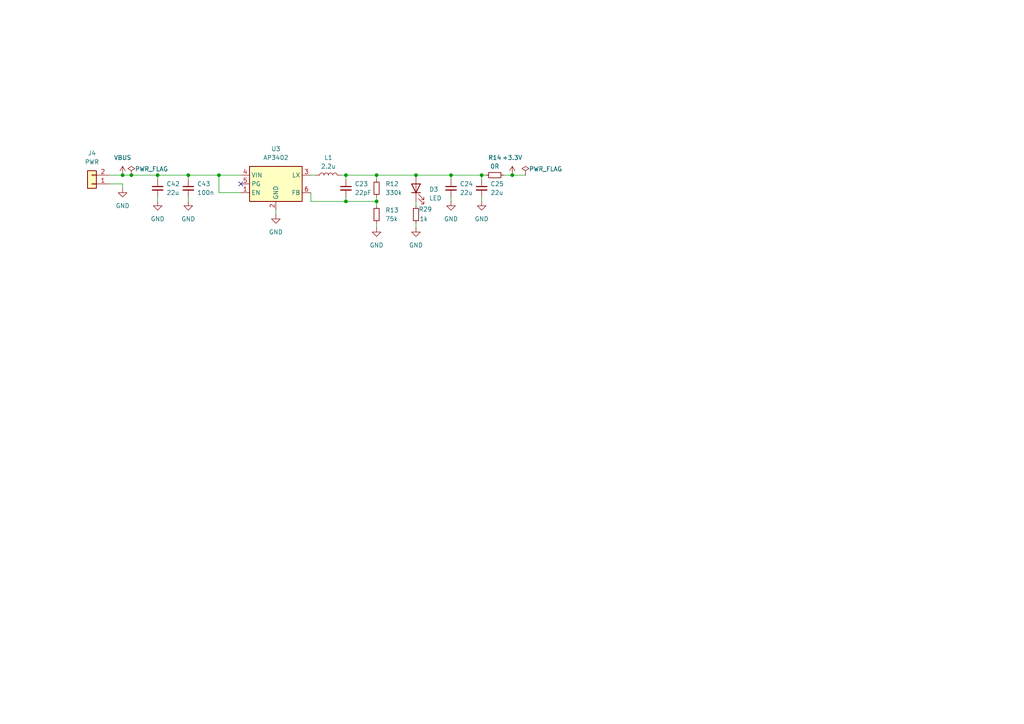
<source format=kicad_sch>
(kicad_sch (version 20231120) (generator "eeschema") (generator_version "8.0")
  (paper "A4")
  (lib_symbols
    (symbol "Connector_Generic:Conn_01x02" (pin_names (offset 1.016) hide)
      (property "Reference" "J" (at 0 2.54 0))
      (property "Value" "Conn_01x02" (at 0 -5.08 0))
      (symbol "Conn_01x02_1_1"
        (rectangle (start -1.27 -2.413) (end 0 -2.667) (stroke (width 0.1524)))
        (rectangle (start -1.27 0.127) (end 0 -0.127) (stroke (width 0.1524)))
        (rectangle (start -1.27 1.27) (end 1.27 -3.81) (stroke (width 0.254)) (fill (type background)))
        (pin passive line (at -5.08 0 0) (length 3.81) (name "Pin_1") (number "1"))
        (pin passive line (at -5.08 -2.54 0) (length 3.81) (name "Pin_2") (number "2"))
      )
    )
    (symbol "Device:C_Small" (pin_numbers hide) (pin_names (offset 0.254) hide)
      (property "Reference" "C" (at 0.254 1.778 0))
      (property "Value" "C_Small" (at 0.254 -2.032 0))
      (symbol "C_Small_0_1"
        (polyline (pts (xy -1.524 -0.508) (xy 1.524 -0.508)) (stroke (width 0.3302)))
        (polyline (pts (xy -1.524 0.508) (xy 1.524 0.508)) (stroke (width 0.3048)))
      )
      (symbol "C_Small_1_1"
        (pin passive line (at 0 2.54 270) (length 2.032) (name "~") (number "1"))
        (pin passive line (at 0 -2.54 90) (length 2.032) (name "~") (number "2"))
      )
    )
    (symbol "Device:L" (pin_numbers hide) (pin_names (offset 1.016) hide)
      (property "Reference" "L" (at -1.27 0 90))
      (property "Value" "L" (at 1.905 0 90))
      (symbol "L_0_1"
        (arc (start 0 -2.54) (mid 0.6323 -1.905) (end 0 -1.27))
        (arc (start 0 -1.27) (mid 0.6323 -0.635) (end 0 0))
        (arc (start 0 0) (mid 0.6323 0.635) (end 0 1.27))
        (arc (start 0 1.27) (mid 0.6323 1.905) (end 0 2.54))
      )
      (symbol "L_1_1"
        (pin passive line (at 0 3.81 270) (length 1.27) (name "1") (number "1"))
        (pin passive line (at 0 -3.81 90) (length 1.27) (name "2") (number "2"))
      )
    )
    (symbol "Device:LED" (pin_numbers hide) (pin_names (offset 1.016) hide)
      (property "Reference" "D" (at 0 2.54 0))
      (property "Value" "LED" (at 0 -2.54 0))
      (symbol "LED_0_1"
        (polyline (pts (xy -1.27 -1.27) (xy -1.27 1.27)) (stroke (width 0.254)))
        (polyline (pts (xy -1.27 0) (xy 1.27 0)))
        (polyline (pts (xy 1.27 -1.27) (xy 1.27 1.27) (xy -1.27 0) (xy 1.27 -1.27)) (stroke (width 0.254)))
        (polyline (pts (xy -3.048 -0.762) (xy -4.572 -2.286) (xy -3.81 -2.286) (xy -4.572 -2.286) (xy -4.572 -1.524)))
        (polyline (pts (xy -1.778 -0.762) (xy -3.302 -2.286) (xy -2.54 -2.286) (xy -3.302 -2.286) (xy -3.302 -1.524)))
      )
      (symbol "LED_1_1"
        (pin passive line (at -3.81 0 0) (length 2.54) (name "K") (number "1"))
        (pin passive line (at 3.81 0 180) (length 2.54) (name "A") (number "2"))
      )
    )
    (symbol "Device:R_Small" (pin_numbers hide) (pin_names (offset 0.254) hide)
      (property "Reference" "R" (at 0.762 0.508 0))
      (property "Value" "R_Small" (at 0.762 -1.016 0))
      (symbol "R_Small_0_1"
        (rectangle (start -0.762 1.778) (end 0.762 -1.778) (stroke (width 0.2032)))
      )
      (symbol "R_Small_1_1"
        (pin passive line (at 0 2.54 270) (length 0.762) (name "~") (number "1"))
        (pin passive line (at 0 -2.54 90) (length 0.762) (name "~") (number "2"))
      )
    )
    (symbol "Regulator_Switching:AP3402"
      (property "Reference" "U" (at -7.62 6.35 0))
      (property "Value" "AP3402" (at 5.08 6.35 0))
      (symbol "AP3402_0_1"
        (rectangle (start -7.62 5.08) (end 7.62 -5.08) (stroke (width 0.254)) (fill (type background)))
      )
      (symbol "AP3402_1_1"
        (pin input line (at -10.16 -2.54 0) (length 2.54) (name "EN") (number "1"))
        (pin power_in line (at 0 -7.62 90) (length 2.54) (name "GND") (number "2"))
        (pin power_out line (at 10.16 2.54 180) (length 2.54) (name "LX") (number "3"))
        (pin power_in line (at -10.16 2.54 0) (length 2.54) (name "VIN") (number "4"))
        (pin input line (at -10.16 0 0) (length 2.54) (name "PG") (number "5"))
        (pin input line (at 10.16 -2.54 180) (length 2.54) (name "FB") (number "6"))
      )
    )
    (symbol "power:+3.3V" (power) (pin_numbers hide) (pin_names (offset 0) hide)
      (property "Value" "+3.3V" (at 0 3.556 0))
      (symbol "+3.3V_0_1"
        (polyline (pts (xy -0.762 1.27) (xy 0 2.54)))
        (polyline (pts (xy 0 0) (xy 0 2.54)))
        (polyline (pts (xy 0 2.54) (xy 0.762 1.27)))
      )
      (symbol "+3.3V_1_1"
        (pin power_in line (at 0 0 90) (length 0) (name "~") (number "1"))
      )
    )
    (symbol "power:GND" (power) (pin_numbers hide) (pin_names (offset 0) hide)
      (property "Value" "GND" (at 0 -3.81 0))
      (symbol "GND_0_1"
        (polyline (pts (xy 0 0) (xy 0 -1.27) (xy 1.27 -1.27) (xy 0 -2.54) (xy -1.27 -1.27) (xy 0 -1.27)))
      )
      (symbol "GND_1_1"
        (pin power_in line (at 0 0 270) (length 0) (name "~") (number "1"))
      )
    )
    (symbol "power:PWR_FLAG" (power) (pin_numbers hide) (pin_names (offset 0) hide)
      (property "Value" "PWR_FLAG" (at 0 3.81 0))
      (symbol "PWR_FLAG_0_0"
        (pin power_out line (at 0 0 90) (length 0) (name "~") (number "1"))
      )
      (symbol "PWR_FLAG_0_1"
        (polyline (pts (xy 0 0) (xy 0 1.27) (xy -1.016 1.905) (xy 0 2.54) (xy 1.016 1.905) (xy 0 1.27)))
      )
    )
    (symbol "power:VBUS" (power) (pin_numbers hide) (pin_names (offset 0) hide)
      (property "Value" "VBUS" (at 0 3.556 0))
      (symbol "VBUS_0_1"
        (polyline (pts (xy -0.762 1.27) (xy 0 2.54)))
        (polyline (pts (xy 0 0) (xy 0 2.54)))
        (polyline (pts (xy 0 2.54) (xy 0.762 1.27)))
      )
      (symbol "VBUS_1_1"
        (pin power_in line (at 0 0 90) (length 0) (name "~") (number "1"))
      )
    )
  )
  (junction (at 100.33 58.42))
  (junction (at 109.22 50.8))
  (junction (at 54.61 50.8))
  (junction (at 130.81 50.8))
  (junction (at 35.56 50.8))
  (junction (at 63.5 50.8))
  (junction (at 45.72 50.8))
  (junction (at 38.1 50.8))
  (junction (at 100.33 50.8))
  (junction (at 148.59 50.8))
  (junction (at 139.7 50.8))
  (junction (at 109.22 58.42))
  (junction (at 120.65 50.8))
  (no_connect (at 69.85 53.34))
  (wire (pts (xy 148.59 50.8) (xy 152.4 50.8)))
  (wire (pts (xy 109.22 58.42) (xy 109.22 59.69)))
  (wire (pts (xy 54.61 57.15) (xy 54.61 58.42)))
  (wire (pts (xy 139.7 57.15) (xy 139.7 58.42)))
  (wire (pts (xy 80.01 60.96) (xy 80.01 62.23)))
  (wire (pts (xy 99.06 50.8) (xy 100.33 50.8)))
  (wire (pts (xy 120.65 58.42) (xy 120.65 59.69)))
  (wire (pts (xy 130.81 52.07) (xy 130.81 50.8)))
  (wire (pts (xy 63.5 55.88) (xy 63.5 50.8)))
  (wire (pts (xy 130.81 50.8) (xy 139.7 50.8)))
  (wire (pts (xy 45.72 57.15) (xy 45.72 58.42)))
  (wire (pts (xy 100.33 58.42) (xy 109.22 58.42)))
  (wire (pts (xy 31.75 53.34) (xy 35.56 53.34)))
  (wire (pts (xy 100.33 57.15) (xy 100.33 58.42)))
  (wire (pts (xy 120.65 50.8) (xy 130.81 50.8)))
  (wire (pts (xy 139.7 52.07) (xy 139.7 50.8)))
  (wire (pts (xy 54.61 50.8) (xy 54.61 52.07)))
  (wire (pts (xy 38.1 50.8) (xy 45.72 50.8)))
  (wire (pts (xy 35.56 50.8) (xy 38.1 50.8)))
  (wire (pts (xy 63.5 50.8) (xy 69.85 50.8)))
  (wire (pts (xy 45.72 50.8) (xy 45.72 52.07)))
  (wire (pts (xy 109.22 57.15) (xy 109.22 58.42)))
  (wire (pts (xy 109.22 64.77) (xy 109.22 66.04)))
  (wire (pts (xy 120.65 64.77) (xy 120.65 66.04)))
  (wire (pts (xy 100.33 52.07) (xy 100.33 50.8)))
  (wire (pts (xy 69.85 55.88) (xy 63.5 55.88)))
  (wire (pts (xy 109.22 50.8) (xy 120.65 50.8)))
  (wire (pts (xy 139.7 50.8) (xy 140.97 50.8)))
  (wire (pts (xy 90.17 50.8) (xy 91.44 50.8)))
  (wire (pts (xy 31.75 50.8) (xy 35.56 50.8)))
  (wire (pts (xy 45.72 50.8) (xy 54.61 50.8)))
  (wire (pts (xy 100.33 50.8) (xy 109.22 50.8)))
  (wire (pts (xy 54.61 50.8) (xy 63.5 50.8)))
  (wire (pts (xy 130.81 57.15) (xy 130.81 58.42)))
  (wire (pts (xy 109.22 52.07) (xy 109.22 50.8)))
  (wire (pts (xy 35.56 53.34) (xy 35.56 54.61)))
  (wire (pts (xy 146.05 50.8) (xy 148.59 50.8)))
  (wire (pts (xy 90.17 55.88) (xy 90.17 58.42)))
  (wire (pts (xy 90.17 58.42) (xy 100.33 58.42)))
  (symbol (lib_id "power:GND") (at 35.56 54.61 0) (unit 1)
    (property "Reference" "#PWR36" (effects (hide yes)))
    (property "Value" "GND" (at 35.56 59.69 0))
    (property "Description" "Power symbol creates a global label with name \"GND\" , ground" (effects (hide yes)))
  )
  (symbol (lib_id "Device:R_Small") (at 120.65 62.23 0) (unit 1)
    (property "Reference" "R29" (at 121.412 60.706 0) (effects (justify left)))
    (property "Value" "1k" (at 121.666 63.5 0) (effects (justify left)))
    (property "Footprint" "Resistor_SMD:R_0603_1608Metric" (effects (hide yes)))
    (property "Description" "Resistor, small symbol" (effects (hide yes)))
  )
  (symbol (lib_id "power:PWR_FLAG") (at 152.4 50.8 0) (unit 1)
    (property "Reference" "#FLG1" (effects (hide yes)))
    (property "Value" "PWR_FLAG" (at 158.242 49.022 0))
    (property "Description" "Special symbol for telling ERC where power comes from" (effects (hide yes)))
  )
  (symbol (lib_id "Device:R_Small") (at 143.51 50.8 90) (unit 1)
    (property "Reference" "R14" (at 143.51 45.72 90))
    (property "Value" "0R" (at 143.51 48.26 90))
    (property "Footprint" "Resistor_SMD:R_0603_1608Metric" (effects (hide yes)))
    (property "Description" "Resistor, small symbol" (effects (hide yes)))
  )
  (symbol (lib_id "Device:R_Small") (at 109.22 62.23 0) (unit 1)
    (property "Reference" "R13" (at 111.76 60.9599 0) (effects (justify left)))
    (property "Value" "75k" (at 111.76 63.4999 0) (effects (justify left)))
    (property "Footprint" "Resistor_SMD:R_0603_1608Metric" (effects (hide yes)))
    (property "Description" "Resistor, small symbol" (effects (hide yes)))
  )
  (symbol (lib_id "power:GND") (at 54.61 58.42 0) (unit 1)
    (property "Reference" "#PWR58" (effects (hide yes)))
    (property "Value" "GND" (at 54.61 63.5 0))
    (property "Description" "Power symbol creates a global label with name \"GND\" , ground" (effects (hide yes)))
  )
  (symbol (lib_id "Device:R_Small") (at 109.22 54.61 0) (unit 1)
    (property "Reference" "R12" (at 111.76 53.3399 0) (effects (justify left)))
    (property "Value" "330k" (at 111.76 55.8799 0) (effects (justify left)))
    (property "Footprint" "Resistor_SMD:R_0603_1608Metric" (effects (hide yes)))
    (property "Description" "Resistor, small symbol" (effects (hide yes)))
  )
  (symbol (lib_id "power:PWR_FLAG") (at 38.1 50.8 0) (unit 1)
    (property "Reference" "#FLG3" (effects (hide yes)))
    (property "Value" "PWR_FLAG" (at 43.942 49.022 0))
    (property "Description" "Special symbol for telling ERC where power comes from" (effects (hide yes)))
  )
  (symbol (lib_id "power:GND") (at 109.22 66.04 0) (unit 1)
    (property "Reference" "#PWR38" (effects (hide yes)))
    (property "Value" "GND" (at 109.22 71.12 0))
    (property "Description" "Power symbol creates a global label with name \"GND\" , ground" (effects (hide yes)))
  )
  (symbol (lib_id "Device:C_Small") (at 100.33 54.61 0) (unit 1)
    (property "Reference" "C23" (at 102.87 53.3462 0) (effects (justify left)))
    (property "Value" "22pF" (at 102.87 55.8862 0) (effects (justify left)))
    (property "Footprint" "Capacitor_SMD:C_0603_1608Metric" (effects (hide yes)))
    (property "Description" "Unpolarized capacitor, small symbol" (effects (hide yes)))
  )
  (symbol (lib_id "Device:LED") (at 120.65 54.61 90) (unit 1)
    (property "Reference" "D3" (at 124.46 54.9274 90) (effects (justify right)))
    (property "Value" "LED" (at 124.46 57.4674 90) (effects (justify right)))
    (property "Footprint" "LED_SMD:LED_0603_1608Metric" (effects (hide yes)))
    (property "Description" "Light emitting diode" (effects (hide yes)))
  )
  (symbol (lib_id "power:GND") (at 45.72 58.42 0) (unit 1)
    (property "Reference" "#PWR90" (effects (hide yes)))
    (property "Value" "GND" (at 45.72 63.5 0))
    (property "Description" "Power symbol creates a global label with name \"GND\" , ground" (effects (hide yes)))
  )
  (symbol (lib_id "Connector_Generic:Conn_01x02") (at 26.67 53.34 180) (unit 1)
    (property "Reference" "J4" (at 26.67 44.45 0))
    (property "Value" "PWR" (at 26.67 46.99 0))
    (property "Footprint" "Connector_PinHeader_2.54mm:PinHeader_1x02_P2.54mm_Vertical" (effects (hide yes)))
    (property "Description" "Generic connector, single row, 01x02, script generated (kicad-library-utils/schlib/autogen/connector/)" (effects (hide yes)))
  )
  (symbol (lib_id "Device:C_Small") (at 54.61 54.61 0) (unit 1)
    (property "Reference" "C43" (at 57.15 53.3462 0) (effects (justify left)))
    (property "Value" "100n" (at 57.15 55.8862 0) (effects (justify left)))
    (property "Footprint" "Capacitor_SMD:C_0603_1608Metric" (effects (hide yes)))
    (property "Description" "Unpolarized capacitor, small symbol" (effects (hide yes)))
  )
  (symbol (lib_id "power:GND") (at 80.01 62.23 0) (unit 1)
    (property "Reference" "#PWR37" (effects (hide yes)))
    (property "Value" "GND" (at 80.01 67.31 0))
    (property "Description" "Power symbol creates a global label with name \"GND\" , ground" (effects (hide yes)))
  )
  (symbol (lib_id "power:GND") (at 120.65 66.04 0) (unit 1)
    (property "Reference" "#PWR60" (effects (hide yes)))
    (property "Value" "GND" (at 120.65 71.12 0))
    (property "Description" "Power symbol creates a global label with name \"GND\" , ground" (effects (hide yes)))
  )
  (symbol (lib_id "Device:L") (at 95.25 50.8 90) (unit 1)
    (property "Reference" "L1" (at 95.25 45.72 90))
    (property "Value" "2.2u" (at 95.25 48.26 90))
    (property "Footprint" "Inductor_SMD:L_APV_ANR5045" (effects (hide yes)))
    (property "Description" "Inductor" (effects (hide yes)))
  )
  (symbol (lib_id "Device:C_Small") (at 130.81 54.61 0) (unit 1)
    (property "Reference" "C24" (at 133.35 53.3462 0) (effects (justify left)))
    (property "Value" "22u" (at 133.35 55.8862 0) (effects (justify left)))
    (property "Footprint" "Capacitor_SMD:C_0805_2012Metric" (effects (hide yes)))
    (property "Description" "Unpolarized capacitor, small symbol" (effects (hide yes)))
  )
  (symbol (lib_id "Device:C_Small") (at 45.72 54.61 0) (unit 1)
    (property "Reference" "C42" (at 48.26 53.3462 0) (effects (justify left)))
    (property "Value" "22u" (at 48.26 55.8862 0) (effects (justify left)))
    (property "Footprint" "Capacitor_SMD:C_0805_2012Metric" (effects (hide yes)))
    (property "Description" "Unpolarized capacitor, small symbol" (effects (hide yes)))
  )
  (symbol (lib_id "power:GND") (at 130.81 58.42 0) (unit 1)
    (property "Reference" "#PWR39" (effects (hide yes)))
    (property "Value" "GND" (at 130.81 63.5 0))
    (property "Description" "Power symbol creates a global label with name \"GND\" , ground" (effects (hide yes)))
  )
  (symbol (lib_id "power:VBUS") (at 35.56 50.8 0) (unit 1)
    (property "Reference" "#PWR35" (effects (hide yes)))
    (property "Value" "VBUS" (at 35.56 45.72 0))
    (property "Description" "Power symbol creates a global label with name \"VBUS\"" (effects (hide yes)))
  )
  (symbol (lib_id "power:+3.3V") (at 148.59 50.8 0) (unit 1)
    (property "Reference" "#PWR41" (effects (hide yes)))
    (property "Value" "+3.3V" (at 148.59 45.72 0))
    (property "Description" "Power symbol creates a global label with name \"+3.3V\"" (effects (hide yes)))
  )
  (symbol (lib_id "Device:C_Small") (at 139.7 54.61 0) (unit 1)
    (property "Reference" "C25" (at 142.24 53.3462 0) (effects (justify left)))
    (property "Value" "22u" (at 142.24 55.8862 0) (effects (justify left)))
    (property "Footprint" "Capacitor_SMD:C_0805_2012Metric" (effects (hide yes)))
    (property "Description" "Unpolarized capacitor, small symbol" (effects (hide yes)))
  )
  (symbol (lib_id "Regulator_Switching:AP3402") (at 80.01 53.34 0) (unit 1)
    (property "Reference" "U3" (at 80.01 43.18 0))
    (property "Value" "AP3402" (at 80.01 45.72 0))
    (property "Footprint" "Package_TO_SOT_SMD:TSOT-23-6" (effects (hide yes)))
    (property "Datasheet" "https://www.diodes.com/assets/Datasheets/AP3402.pdf" (effects (hide yes)))
    (property "Description" "1.0MHz 2A Step-Down DC-DC Buck Converter, TSOT-23-6" (effects (hide yes)))
  )
  (symbol (lib_id "power:GND") (at 139.7 58.42 0) (unit 1)
    (property "Reference" "#PWR40" (effects (hide yes)))
    (property "Value" "GND" (at 139.7 63.5 0))
    (property "Description" "Power symbol creates a global label with name \"GND\" , ground" (effects (hide yes)))
  )
)
</source>
